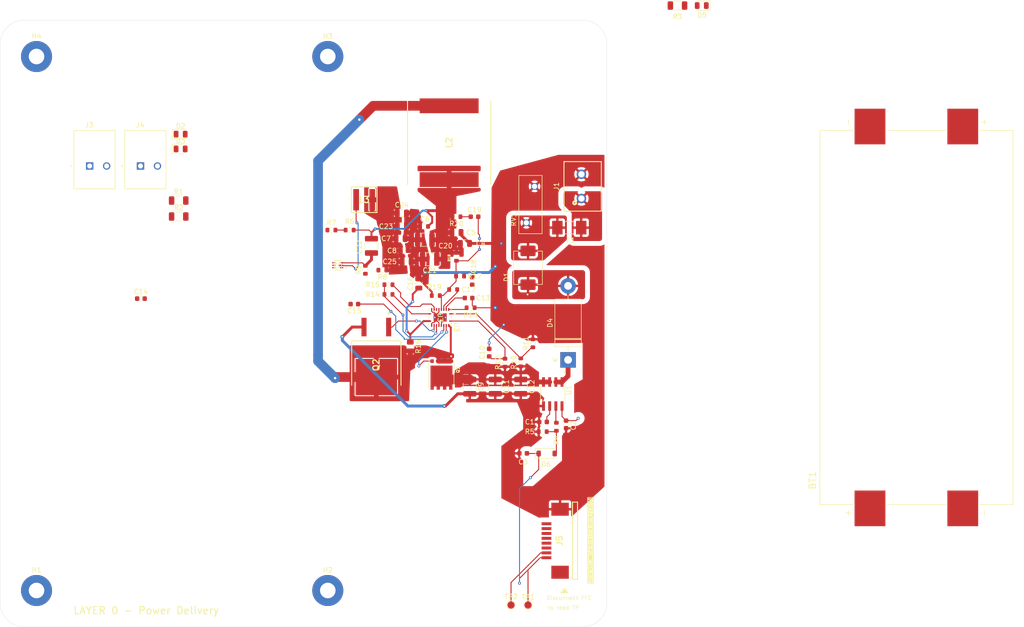
<source format=kicad_pcb>
(kicad_pcb (version 20240108) (generator "pcbnew") (generator_version "8.0")
  (title_block (title "Full Size PCB Template") (date "2024-08-05") (rev "2 ") (company "FabRice Team - Campus Fab"))
  (layers (0 "F.Cu" signal) (31 "B.Cu" signal) (34 "B.Paste" user) (35 "F.Paste" user) (36 "B.SilkS" user "B.Silkscreen") (37 "F.SilkS" user "F.Silkscreen") (38 "B.Mask" user) (39 "F.Mask" user) (44 "Edge.Cuts" user))
  (net 0 "")
  (net 1 "GND")
  (net 4 "Net-(F1-Pad1)")
  (net 5 "Net-(BT1-PadN1)")
  (net 6 "Net-(D2-A)")
  (net 7 "Net-(D3-A)")
  (net 8 "Net-(D4-A)")
  (net 9 "/56V_PROTECTED")
  (net 10 "Net-(D5-A)")
  (net 11 "/5V_LOCAL")
  (net 12 "Net-(D1-PadA)")
  (net 13 "Net-(U1-FILTER)")
  (net 14 "/5V_AUX")
  (net 15 "/ISENSE_1")
  (net 16 "Net-(D4-K)")
  (net 17 "Net-(D6-A)")
  (net 18 "Net-(U1-VIOUT)")
  (net 19 "Net-(U2-EN)")
  (net 20 "/12V_IN_5V_CONV")
  (net 21 "Net-(U2-FB)")
  (net 22 "Net-(U2-SW)")
  (net 23 "Net-(U3-VIN)")
  (net 24 "Net-(U3-SS_TRK)")
  (net 25 "Net-(U3-VCC)")
  (net 26 "Net-(Q2-D)")
  (net 27 "Net-(U3-BST)")
  (net 28 "Net-(U3-ILIM)")
  (net 29 "Net-(U3-COMP)")
  (net 30 "Net-(U3-FB)")
  (net 31 "Net-(C18-Pad2)")
  (net 32 "Net-(C19-Pad1)")
  (net 33 "Net-(Q2-G)")
  (net 34 "Net-(U3-EN_UVLO)")
  (net 35 "Net-(U3-RT)")
  (net 36 "Net-(U3-PGOOD)")
  (net 37 "Net-(U3-SYNCIN)")
  (net 39 "Net-(U3-HO)")
  (net 40 "/5V_5A")
  (footprint "Footprints:17352658" (layer "F.Cu") (at 150.75 132.25 90)
    (property "Reference" "J5")
    (property "Value" "V_I_SENSE" (hide yes))
  )
  (footprint "Resistor_SMD:R_0603_1608Metric" (layer "F.Cu") (at 139 95.575 90)
    (property "Reference" "R12")
    (property "Value" "2.1k" (hide yes))
  )
  (footprint "Capacitor_SMD:C_0805_2012Metric" (layer "F.Cu") (at 117.75 64.75)
    (property "Reference" "C24")
    (property "Value" "22uF" (hide yes))
  )
  (footprint "Resistor_SMD:R_0603_1608Metric" (layer "F.Cu") (at 146.77 109.775)
    (property "Reference" "R5")
    (property "Value" "2.2k" (hide yes))
  )
  (footprint "Footprints:691137710002" (layer "F.Cu") (at 154.75 59.25 90)
    (property "Reference" "J1")
    (property "Value" "PRIMARY IN" (hide yes))
    (property "VALUE" "691137710002" (hide yes))
  )
  (footprint "Resistor_SMD:R_0603_1608Metric" (layer "F.Cu") (at 103.25 68.25 180)
    (property "Reference" "R7")
    (property "Value" "14.3k" (hide yes))
  )
  (footprint "Capacitor_SMD:C_1210_3225Metric" (layer "F.Cu") (at 123.5 74.25 180)
    (property "Reference" "C21")
    (property "Value" "4.7uF" (hide yes))
  )
  (footprint "Resistor_SMD:R_0603_1608Metric" (layer "F.Cu") (at 144.75 91.575 90)
    (property "Reference" "R11")
    (property "Value" "7.68k")
  )
  (footprint "TestPoint:TestPoint_Pad_D1.5mm" (layer "F.Cu") (at 140.25 145.5)
    (property "Reference" "TP2")
    (property "Value" "VSENSE_1" (hide yes))
  )
  (footprint "Capacitor_SMD:C_0603_1608Metric" (layer "F.Cu") (at 64.0075 82.37)
    (property "Reference" "C14")
    (property "Value" "56nF")
  )
  (footprint "Resistor_SMD:R_0805_2012Metric" (layer "F.Cu") (at 119.5 92.25 -90)
    (property "Reference" "R16")
    (property "Value" "1.82k" (hide yes))
  )
  (footprint "LED_SMD:LED_0805_2012Metric" (layer "F.Cu") (at 72.1875 48.495)
    (property "Reference" "D2")
    (property "Value" "green led")
  )
  (footprint "MountingHole:MountingHole_3.2mm_M3_Pad" (layer "F.Cu") (at 102.5 32.5)
    (property "Reference" "H3")
    (property "Value" "MountingHole_Pad" (hide yes))
  )
  (footprint "Resistor_SMD:R_0603_1608Metric" (layer "F.Cu") (at 122.325 67.5 180)
    (property "Reference" "C6")
    (property "Value" "100nF" (hide yes))
  )
  (footprint "Capacitor_SMD:C_0805_2012Metric" (layer "F.Cu") (at 129 68.75)
    (property "Reference" "C5")
    (property "Value" "10uF" (hide yes))
  )
  (footprint "Diode_SMD:D_SOD-123" (layer "F.Cu") (at 147.595 114.275)
    (property "Reference" "D6")
    (property "Value" "1N4448W" (hide yes))
  )
  (footprint "Resistor_SMD:R_0603_1608Metric" (layer "F.Cu") (at 107 68.25 180)
    (property "Reference" "R6")
    (property "Value" "100k" (hide yes))
  )
  (footprint "LED_SMD:LED_0805_2012Metric" (layer "F.Cu") (at 72.1875 51.535)
    (property "Reference" "D3")
    (property "Value" "green led")
  )
  (footprint "Footprints:XAL5030222MEC" (layer "F.Cu") (at 110 62)
    (property "Reference" "L3")
    (property "Value" "XAL5030-222MEC" (hide yes))
  )
  (footprint "Resistor_SMD:R_0603_1608Metric" (layer "F.Cu") (at 115 81.5)
    (property "Reference" "R14")
    (property "Value" "20k" (hide yes))
  )
  (footprint "Resistor_SMD:R_0603_1608Metric" (layer "F.Cu") (at 113.75 76.5 180)
    (property "Reference" "R8")
    (property "Value" "220k" (hide yes))
  )
  (footprint "Capacitor_SMD:C_1210_3225Metric" (layer "F.Cu") (at 142.25 100.5 -90)
    (property "Reference" "C12")
    (property "Value" "2.2uF" (hide yes))
  )
  (footprint "Footprints:PHOENIX_1984963" (layer "F.Cu") (at 50.1925 59.75)
    (property "Reference" "J3")
    (property "Value" "12V_IN")
  )
  (footprint "Resistor_SMD:R_0603_1608Metric" (layer "F.Cu") (at 131.925 84.25)
    (property "Reference" "R13")
    (property "Value" "39.2k" (hide yes))
  )
  (footprint "Resistor_SMD:R_0603_1608Metric" (layer "F.Cu") (at 129 65.5 180)
    (property "Reference" "R20")
    (property "Value" "6.98" (hide yes))
  )
  (footprint "MountingHole:MountingHole_3.2mm_M3_Pad" (layer "F.Cu") (at 42.5 142.5)
    (property "Reference" "H1")
    (property "Value" "MountingHole_Pad" (hide yes))
  )
  (footprint "Resistor_SMD:R_1206_3216Metric" (layer "F.Cu") (at 174.5375 22 180)
    (property "Reference" "R3")
    (property "Value" "2.7K" (hide yes))
  )
  (footprint "Capacitor_SMD:C_1210_3225Metric" (layer "F.Cu") (at 131.75 100.5 -90)
    (property "Reference" "C9")
    (property "Value" "2.2uF" (hide yes))
  )
  (footprint "Capacitor_SMD:C_0805_2012Metric" (layer "F.Cu") (at 130.75 71)
    (property "Reference" "C4")
    (property "Value" "10uF" (hide yes))
  )
  (footprint "Diode_THT:D_DO-201AD_P15.24mm_Horizontal" (layer "F.Cu") (at 152 94.99 90)
    (property "Reference" "D4")
    (property "Value" "1N5404" (hide yes))
  )
  (footprint "Capacitor_SMD:C_0603_1608Metric" (layer "F.Cu") (at 135.75 93.5 90)
    (property "Reference" "C10")
    (property "Value" "100nF" (hide yes))
  )
  (footprint "Capacitor_SMD:C_0603_1608Metric" (layer "F.Cu") (at 151.595 108.275 90)
    (property "Reference" "C2")
    (property "Value" "0.1uF" (hide yes))
  )
  (footprint "Footprints:PHOENIX_1984963" (layer "F.Cu") (at 60.6675 59.75)
    (property "Reference" "J4")
    (property "Value" "5V_IN")
  )
  (footprint "Capacitor_SMD:C_0805_2012Metric" (layer "F.Cu") (at 121.25 79.25 -90)
    (property "Reference" "C16")
    (property "Value" "3pF" (hide yes))
  )
  (footprint "Resistor_SMD:R_0603_1608Metric" (layer "F.Cu") (at 115 79.5)
    (property "Reference" "R15")
    (property "Value" "20k" (hide yes))
  )
  (footprint "Footprints:SOIC127P600X175-8N" (layer "F.Cu") (at 148.845 102.025 -90)
    (property "Reference" "U1")
    (property "Value" "ACS712ELCTR-05B-T" (hide yes))
  )
  (footprint "3d-files:CSD19536KTTT" (layer "F.Cu") (at 112.5 100.22811 90)
    (property "Reference" "Q2")
    (property "Value" "CSD19532KTTT" (hide yes))
  )
  (footprint "Capacitor_SMD:C_0603_1608Metric" (layer "F.Cu") (at 132.725 65.5)
    (property "Reference" "C19")
    (property "Value" "620pF" (hide yes))
  )
  (footprint "Footprints:RGY0020B-MFG" (layer "F.Cu") (at 125.65 86.25 -90)
    (property "Reference" "U3")
    (property "Value" "LM5146RGYR" (hide yes))
  )
  (footprint "Resistor_SMD:R_0603_1608Metric" (layer "F.Cu") (at 129 73.75 90)
    (property "Reference" "R18")
    (property "Value" "18k" (hide yes))
  )
  (footprint "Capacitor_SMD:C_0805_2012Metric" (layer "F.Cu") (at 117.5 70)
    (property "Reference" "C7")
    (property "Value" "22uF" (hide yes))
  )
  (footprint "Capacitor_SMD:C_1210_3225Metric" (layer "F.Cu") (at 111.5 71.5 -90)
    (property "Reference" "C22")
    (property "Value" "4.7uF" (hide yes))
  )
  (footprint "Resistor_SMD:R_0603_1608Metric" (layer "F.Cu") (at 124.75 81.75)
    (property "Reference" "R19")
    (property "Value" "1.27k" (hide yes))
  )
  (footprint "Capacitor_SMD:C_1210_3225Metric" (layer "F.Cu") (at 122.5 70.25 180)
    (property "Reference" "C20")
    (property "Value" "4.7uF" (hide yes))
  )
  (footprint "Footprints:FUSC6125X279N" (layer "F.Cu") (at 152.25 67.75 180)
    (property "Reference" "F1")
    (property "Value" "Fuse" (hide yes))
  )
  (footprint "Footprints:INDPM172172X400N" (layer "F.Cu") (at 127.5 50.25 -90)
    (property "Reference" "L2")
    (property "Value" "IHLP6767DZER100M11" (hide yes))
  )
  (footprint "LED_SMD:LED_0805_2012Metric" (layer "F.Cu") (at 179.5375 22 180)
    (property "Reference" "D5")
    (property "Value" "LED" (hide yes))
  )
  (footprint "Resistor_SMD:R_0603_1608Metric" (layer "F.Cu") (at 149.595 108.775 -90)
    (property "Reference" "R4")
    (property "Value" "2.2k" (hide yes))
  )
  (footprint "Capacitor_SMD:C_0603_1608Metric" (layer "F.Cu") (at 132.25 78.725 90)
    (property "Reference" "C18")
    (property "Value" "8.2nF" (hide yes))
  )
  (footprint "Footprints:VAR_B72210S0400K101" (layer "F.Cu") (at 144.25 63 90)
    (property "Reference" "RV1")
    (property "Value" "B72210S0400K101" (hide yes))
  )
  (footprint "Resistor_SMD:R_0603_1608Metric" (layer "F.Cu") (at 129.75 77.75 180)
    (property "Reference" "R17")
    (property "Value" "2.15k" (hide yes))
  )
  (footprint "Footprints:TRANS_CSD19534Q5A" (layer "F.Cu") (at 125.9175 98 -90)
    (property "Reference" "Q1")
    (property "Value" "CSD19534Q5A" (hide yes))
  )
  (footprint "Capacitor_SMD:C_0805_2012Metric" (layer "F.Cu") (at 118.75 74.75)
    (property "Reference" "C25")
    (property "Value" "22uF" (hide yes))
  )
  (footprint "Footprints:SOT-5X3-6_DRL_TEX" (layer "F.Cu") (at 104.5501 75.500126 180)
    (property "Reference" "U2")
    (property "Value" "TPS566247DRLR" (hide yes))
  )
  (footprint "Resistor_SMD:R_0603_1608Metric" (layer "F.Cu") (at 110.25 76.425 90)
    (property "Reference" "R9")
    (property "Value" "30k" (hide yes))
  )
  (footprint "Resistor_SMD:R_1206_3216Metric" (layer "F.Cu") (at 71.7875 62.17)
    (property "Reference" "R1")
    (property "Value" "450")
  )
  (footprint "MountingHole:MountingHole_3.2mm_M3_Pad" (layer "F.Cu") (at 102.5 142.5)
    (property "Reference" "H2")
    (property "Value" "MountingHole_Pad" (hide yes))
  )
  (footprint "Capacitor_SMD:C_0603_1608Metric" (layer "F.Cu") (at 118.25 72.5)
    (property "Reference" "C8")
    (property "Value" "100nF" (hide yes))
  )
  (footprint "Resistor_SMD:R_1206_3216Metric" (layer "F.Cu") (at 71.7875 65.46)
    (property "Reference" "R2")
    (property "Value" "150")
  )
  (footprint "Capacitor_SMD:C_0603_1608Metric" (layer "F.Cu") (at 107.975 83.5 180)
    (property "Reference" "C15")
    (property "Value" "100nF" (hide yes))
  )
  (footprint "Resistor_SMD:R_0603_1608Metric" (layer "F.Cu") (at 128.325 80.5 180)
    (property "Reference" "C17")
    (property "Value" "560pF" (hide yes))
  )
  (footprint "TestPoint:TestPoint_Pad_D1.5mm" (layer "F.Cu") (at 143.75 145.5)
    (property "Reference" "TP1")
    (property "Value" "ISENSE_1" (hide yes))
  )
  (footprint "Capacitor_SMD:C_0603_1608Metric" (layer "F.Cu") (at 131.5 82.25)
    (property "Reference" "C13")
    (property "Value" "56nF" (hide yes))
  )
  (footprint "Capacitor_SMD:C_1210_3225Metric" (layer "F.Cu") (at 137 100.5 -90)
    (property "Reference" "C11")
    (property "Value" "2.2uF" (hide yes))
  )
  (footprint "Footprints:BAT_1048" (layer "F.Cu") (at 223.75 86.25 90)
    (property "Reference" "BT1")
    (property "Value" "1048")
  )
  (footprint "Footprints:DIOM7959X262N" (layer "F.Cu") (at 143.75 76.015 90)
    (property "Reference" "D1")
    (property "Value" "TVS" (hide yes))
  )
  (footprint "Capacitor_SMD:C_0603_1608Metric" (layer "F.Cu") (at 142.75 114.25)
    (property "Reference" "C3")
    (property "Value" "0.1uF" (hide yes))
  )
  (footprint "MountingHole:MountingHole_3.2mm_M3_Pad" (layer "F.Cu") (at 42.5 32.5)
    (property "Reference" "H4")
    (property "Value" "MountingHole_Pad" (hide yes))
  )
  (footprint "Resistor_SMD:R_0603_1608Metric" (layer "F.Cu") (at 142.25 95.5 90)
    (property "Reference" "R10")
    (property "Value" "237k" (hide yes))
  )
  (footprint "Capacitor_SMD:C_0603_1608Metric" (layer "F.Cu") (at 146.845 107.775 180)
    (property "Reference" "C1")
    (property "Value" "0.1uF" (hide yes))
  )
  (footprint "Capacitor_SMD:C_0805_2012Metric" (layer "F.Cu") (at 117.75 67.5)
    (property "Reference" "C23")
    (property "Value" "22uF" (hide yes))
  )
  (gr_poly (pts (xy 150.5 143) (xy 151.25 142) (xy 152 143)) (stroke (width 0.1)) (fill solid) (layer "F.SilkS"))
  (gr_arc (start 160 145) (mid 158.535534 148.535534) (end 155 150) (stroke (width 0.05)) (layer "Edge.Cuts"))
  (gr_line (start 160 30) (end 160 145) (stroke (width 0.05)) (layer "Edge.Cuts"))
  (gr_line (start 35 145) (end 35 30) (stroke (width 0.05)) (layer "Edge.Cuts"))
  (gr_arc (start 35 30) (mid 36.464466 26.464466) (end 40 25) (stroke (width 0.05)) (layer "Edge.Cuts"))
  (gr_arc (start 155 25) (mid 158.535534 26.464466) (end 160 30) (stroke (width 0.05)) (layer "Edge.Cuts"))
  (gr_arc (start 40 150) (mid 36.464466 148.535534) (end 35 145) (stroke (width 0.05)) (layer "Edge.Cuts"))
  (gr_line (start 155 150) (end 40 150) (stroke (width 0.05)) (layer "Edge.Cuts"))
  (gr_line (start 40 25) (end 155 25) (stroke (width 0.05)) (layer "Edge.Cuts"))
  (gr_text "LAYER 0 - Power Delivery" (at 50 147.5 0) (layer "F.SilkS") (effects (font (size 1.5 1.5) (thickness 0.2) (bold yes)) (justify left bottom)))
  (gr_text "Disconnect FFC " (at 147.5 144.5 0) (layer "F.SilkS") (effects (font (size 0.8 0.8) (thickness 0.1)) (justify left bottom)))
  (gr_text "POWER MONITORISATION" (at 157.25 141.25 90) (layer "F.SilkS" knockout) (effects (font (size 1 1) (thickness 0.1)) (justify left bottom)))
  (gr_text "to read TP" (at 147.75 146.5 0) (layer "F.SilkS") (effects (font (size 0.8 0.8) (thickness 0.1)) (justify left bottom)))
  (segment (start 125.100001 85.877819) (end 125.472182 86.25) (width 0.2) (layer "F.Cu") (net 1))
  (segment (start 125.100001 86.622181) (end 125.472182 86.25) (width 0.2) (layer "F.Cu") (net 1))
  (segment (start 132.275 82.25) (end 132.275 83.775) (width 0.2) (layer "F.Cu") (net 1))
  (segment (start 126.5 104.5) (end 126.75 104.5) (width 0.6) (layer "F.Cu") (net 1))
  (segment (start 132.275 83.775) (end 132.75 84.25) (width 0.2) (layer "F.Cu") (net 1))
  (segment (start 124.422182 85.2) (end 125.472182 86.25) (width 0.2) (layer "F.Cu") (net 1))
  (segment (start 111.5 74.35) (end 110.25 75.6) (width 0.6) (layer "F.Cu") (net 1))
  (segment (start 125.472182 86.25) (end 125.65 86.25) (width 0.2) (layer "F.Cu") (net 1))
  (segment (start 123.900001 87.899999) (end 123.900001 87.499997) (width 0.2) (layer "F.Cu") (net 1))
  (segment (start 107.52189 88.22811) (end 105.5 90.25) (width 0.6) (layer "F.Cu") (net 1))
  (segment (start 109.65 75) (end 110.25 75.6) (width 0.2) (layer "F.Cu") (net 1))
  (segment (start 129.275 101.975) (end 131.75 101.975) (width 0.6) (layer "F.Cu") (net 1))
  (segment (start 125.9 87.377816) (end 126.199999 87.077817) (width 0.2) (layer "F.Cu") (net 1))
  (segment (start 105.3502 75) (end 109.65 75) (width 0.2) (layer "F.Cu") (net 1))
  (segment (start 125.4 87.377816) (end 125.100001 87.077817) (width 0.2) (layer "F.Cu") (net 1))
  (segment (start 126.199999 86.622181) (end 125.827818 86.25) (width 0.2) (layer "F.Cu") (net 1))
  (segment (start 109.96 88.22811) (end 107.52189 88.22811) (width 0.6) (layer "F.Cu") (net 1))
  (segment (start 119.7 76.75) (end 119.7 74.75) (width 0.4) (layer "F.Cu") (net 1))
  (segment (start 126.75 104.5) (end 129.275 101.975) (width 0.6) (layer "F.Cu") (net 1))
  (segment (start 129.95 68.75) (end 129.95 69.25) (width 0.6) (layer "F.Cu") (net 1))
  (segment (start 129.95 69.25) (end 131.7 71) (width 0.6) (layer "F.Cu") (net 1))
  (segment (start 124.422182 87.3) (end 125.472182 86.25) (width 0.2) (layer "F.Cu") (net 1))
  (segment (start 135.75 92.725) (end 135.75 91.5) (width 0.2) (layer "F.Cu") (net 1))
  (segment (start 125.9 87.899999) (end 125.9 87.377816) (width 0.2) (layer "F.Cu") (net 1))
  (segment (start 121.25 78.3) (end 123.925 80.975) (width 0.4) (layer "F.Cu") (net 1))
  (segment (start 125.4 87.899999) (end 125.4 87.377816) (width 0.2) (layer "F.Cu") (net 1))
  (segment (start 123.900001 87.499997) (end 124.099998 87.3) (width 0.2) (layer "F.Cu") (net 1))
  (segment (start 111.5 72.975) (end 111.5 74.35) (width 0.6) (layer "F.Cu") (net 1))
  (segment (start 123.925 80.975) (end 123.925 81.75) (width 0.4) (layer "F.Cu") (net 1))
  (segment (start 132.75 84.25) (end 137 84.25) (width 0.2) (layer "F.Cu") (net 1))
  (segment (start 125.4 84.600001) (end 125.4 85.122184) (width 0.2) (layer "F.Cu") (net 1))
  (segment (start 124.099998 85.2) (end 124.422182 85.2) (width 0.2) (layer "F.Cu") (net 1))
  (segment (start 126.199999 87.077817) (end 126.199999 86.622181) (width 0.2) (layer "F.Cu") (net 1))
  (segment (start 123.900001 84.600001) (end 123.900001 85.000003) (width 0.2) (layer "F.Cu") (net 1))
  (segment (start 131.7 71) (end 138.25 71) (width 0.6) (layer "F.Cu") (net 1))
  (segment (start 121.25 78.3) (end 119.7 76.75) (width 0.4) (layer "F.Cu") (net 1))
  (segment (start 125.827818 86.25) (end 125.65 86.25) (width 0.2) (layer "F.Cu") (net 1))
  (segment (start 145.945 107.9) (end 146.07 107.775) (width 0.2) (layer "F.Cu") (net 1))
  (segment (start 123.900001 85.000003) (end 124.099998 85.2) (width 0.2) (layer "F.Cu") (net 1))
  (segment (start 124.099998 87.3) (end 124.422182 87.3) (width 0.2) (layer "F.Cu") (net 1))
  (segment (start 125.4 85.122184) (end 125.100001 85.422183) (width 0.2) (layer "F.Cu") (net 1))
  (segment (start 125.100001 87.077817) (end 125.100001 86.622181) (width 0.2) (layer "F.Cu") (net 1))
  (segment (start 125.100001 85.422183) (end 125.100001 85.877819) (width 0.2) (layer "F.Cu") (net 1))
  (via (at 138.75 87.75) (size 0.6) (drill 0.3) (layers "F.Cu" "B.Cu") (net 1))
  (via (at 126.5 104.5) (size 0.8) (drill 0.3) (layers "F.Cu" "B.Cu") (net 1))
  (via (at 138.25 71) (size 0.6) (drill 0.2) (layers "F.Cu" "B.Cu") (net 1))
  (via (at 105.5 90.25) (size 0.8) (drill 0.3) (layers "F.Cu" "B.Cu") (net 1))
  (via (at 137 75.75) (size 0.8) (drill 0.3) (layers "F.Cu" "B.Cu") (net 1))
  (via (at 122.5 77) (size 0.8) (drill 0.3) (layers "F.Cu" "B.Cu") (net 1))
  (via (at 137 84.25) (size 0.8) (drill 0.3) (layers "F.Cu" "B.Cu") (net 1))
  (via (at 135.75 91.5) (size 0.6) (drill 0.3) (layers "F.Cu" "B.Cu") (net 1))
  (segment (start 119 104.5) (end 126.5 104.5) (width 0.6) (layer "B.Cu") (net 1))
  (segment (start 135.75 91.5) (end 135.75 90.75) (width 0.2) (layer "B.Cu") (net 1))
  (segment (start 135.75 90.75) (end 138.75 87.75) (width 0.2) (layer "B.Cu") (net 1))
  (segment (start 135.75 77) (end 137 75.75) (width 0.6) (layer "B.Cu") (net 1))
  (segment (start 122.5 77) (end 135.75 77) (width 0.6) (layer "B.Cu") (net 1))
  (segment (start 105.5 90.25) (end 105.5 91) (width 0.6) (layer "B.Cu") (net 1))
  (segment (start 105.5 91) (end 119 104.5) (width 0.6) (layer "B.Cu") (net 1))
  (segment (start 126.9425 99.025) (end 125.9175 98) (width 2) (layer "F.Cu") (net 9))
  (segment (start 145.5 99.5) (end 145.55 99.55) (width 1) (layer "F.Cu") (net 9))
  (segment (start 146.94 99.55) (end 145.55 99.55) (width 1) (layer "F.Cu") (net 9))
  (segment (start 131.75 99.025) (end 126.9425 99.025) (width 2) (layer "F.Cu") (net 9))
  (segment (start 140.25 140.85) (end 140.25 145.5) (width 0.2) (layer "F.Cu") (net 9))
  (segment (start 146.35 134.75) (end 140.25 140.85) (width 0.2) (layer "F.Cu") (net 9))
  (segment (start 147.55 134.75) (end 146.35 134.75) (width 0.2) (layer "F.Cu") (net 9))
  (segment (start 148.21 99.55) (end 146.94 99.55) (width 1) (layer "F.Cu") (net 9))
  (segment (start 147.62 107.775) (end 147.62 106.75) (width 0.2) (layer "F.Cu") (net 13))
  (segment (start 148.21 106.16) (end 148.21 104.5) (width 0.2) (layer "F.Cu") (net 13))
  (segment (start 147.62 106.75) (end 148.21 106.16) (width 0.2) (layer "F.Cu") (net 13))
  (segment (start 150.75 104.5) (end 150.75 106.655) (width 0.2) (layer "F.Cu") (net 14))
  (segment (start 150.75 106.655) (end 151.595 107.5) (width 0.2) (layer "F.Cu") (net 14))
  (segment (start 151.595 107.5) (end 153.62 107.5) (width 0.2) (layer "F.Cu") (net 14))
  (segment (start 153.62 107.5) (end 154.095 107.025) (width 0.2) (layer "F.Cu") (net 14))
  (via (at 154.095 107.025) (size 0.6) (drill 0.3) (layers "F.Cu" "B.Cu") (net 14))
  (segment (start 147.55 135.75) (end 146.25 135.75) (width 0.2) (layer "F.Cu") (net 15))
  (segment (start 146.25 135.75) (end 143.75 138.25) (width 0.2) (layer "F.Cu") (net 15))
  (segment (start 145.945 117.555) (end 144.25 119.25) (width 0.2) (layer "F.Cu") (net 15))
  (segment (start 143.75 138.25) (end 143.75 145.5) (width 0.2) (layer "F.Cu") (net 15))
  (segment (start 145.945 114.275) (end 143.55 114.275) (width 0.2) (layer "F.Cu") (net 15))
  (segment (start 145.945 114.275) (end 145.945 117.555) (width 0.2) (layer "F.Cu") (net 15))
  (segment (start 143.55 114.275) (end 143.525 114.25) (width 0.2) (layer "F.Cu") (net 15))
  (segment (start 142 141) (end 142 140) (width 0.2) (layer "F.Cu") (net 15))
  (segment (start 142 140) (end 143.75 138.25) (width 0.2) (layer "F.Cu") (net 15))
  (via (at 142 141) (size 0.6) (drill 0.3) (layers "F.Cu" "B.Cu") (net 15))
  (via (at 144.25 119.25) (size 0.6) (drill 0.3) (layers "F.Cu" "B.Cu") (net 15))
  (segment (start 142 121.5) (end 142 141) (width 0.2) (layer "B.Cu") (net 15))
  (segment (start 144.25 119.25) (end 142 121.5) (width 0.2) (layer "B.Cu") (net 15))
  (segment (start 152 98.3) (end 150.75 99.55) (width 1) (layer "F.Cu") (net 16))
  (segment (start 150.75 99.55) (end 149.48 99.55) (width 1) (layer "F.Cu") (net 16))
  (segment (start 152 94.99) (end 152 98.3) (width 1) (layer "F.Cu") (net 16))
  (segment (start 147.595 109.775) (end 149.42 109.775) (width 0.2) (layer "F.Cu") (net 17))
  (segment (start 149.595 109.6) (end 149.595 113.925) (width 0.2) (layer "F.Cu") (net 17))
  (segment (start 149.42 109.775) (end 149.595 109.6) (width 0.2) (layer "F.Cu") (net 17))
  (segment (start 149.595 113.925) (end 149.245 114.275) (width 0.2) (layer "F.Cu") (net 17))
  (segment (start 149.48 104.5) (end 149.48 107.835) (width 0.2) (layer "F.Cu") (net 18))
  (segment (start 149.48 107.835) (end 149.595 107.95) (width 0.2) (layer "F.Cu") (net 18))
  (segment (start 106.175 68.25) (end 104.075 68.25) (width 0.2) (layer "F.Cu") (net 19))
  (segment (start 123.9 66.75) (end 123.15 67.5) (width 0.4) (layer "F.Cu") (net 20))
  (segment (start 111 68.25) (end 111.5 68.75) (width 0.2) (layer "F.Cu") (net 20))
  (segment (start 107.825 68.25) (end 111 68.25) (width 0.2) (layer "F.Cu") (net 20))
  (segment (start 122.75 64.25) (end 126.925 64.25) (width 0.6) (layer "F.Cu") (net 20))
  (segment (start 122.75 64.25) (end 124 65.5) (width 0.4) (layer "F.Cu") (net 20))
  (segment (start 126.925 64.25) (end 128.175 65.5) (width 0.6) (layer "F.Cu") (net 20))
  (segment (start 111.5 70.025) (end 111.5 68.75) (width 0.4) (layer "F.Cu") (net 20))
  (segment (start 111.5 68.75) (end 112.25 68) (width 0.4) (layer "F.Cu") (net 20))
  (segment (start 124 66.75) (end 123.9 66.75) (width 0.4) (layer "F.Cu") (net 20))
  (segment (start 124 65.5) (end 124 66.75) (width 0.4) (layer "F.Cu") (net 20))
  (via (at 112.25 68) (size 0.6) (drill 0.2) (layers "F.Cu" "B.Cu") (net 20))
  (via (at 122.75 64.25) (size 0.6) (drill 0.2) (layers "F.Cu" "B.Cu") (net 20))
  (segment (start 120.5 65.75) (end 122 64.25) (width 0.4) (layer "B.Cu") (net 20))
  (segment (start 122 64.25) (end 122.75 64.25) (width 0.4) (layer "B.Cu") (net 20))
  (segment (start 118.25 68) (end 120.5 65.75) (width 0.4) (layer "B.Cu") (net 20))
  (segment (start 112.25 68) (end 118.25 68) (width 0.4) (layer "B.Cu") (net 20))
  (segment (start 104.780426 75.500126) (end 104.866252 75.585952) (width 0.2) (layer "F.Cu") (net 22))
  (segment (start 104.866252 75.585952) (end 107.585952 75.585952) (width 0.2) (layer "F.Cu") (net 22))
  (segment (start 107.585952 75.585952) (end 108.25 76.25) (width 0.2) (layer "F.Cu") (net 22))
  (segment (start 108.5 66.75) (end 108.345 66.595) (width 0.2) (layer "F.Cu") (net 22))
  (segment (start 108.345 66.595) (end 108.345 62) (width 0.2) (layer "F.Cu") (net 22))
  (segment (start 105.3502 75.500126) (end 104.780426 75.500126) (width 0.2) (layer "F.Cu") (net 22))
  (via (at 108.25 76.25) (size 0.6) (drill 0.2) (layers "F.Cu" "B.Cu") (net 22))
  (via (at 108.5 66.75) (size 0.6) (drill 0.2) (layers "F.Cu" "B.Cu") (net 22))
  (segment (start 108.75 75.75) (end 108.75 73) (width 0.2) (layer "B.Cu") (net 22))
  (segment (start 108.75 67) (end 108.5 66.75) (width 0.2) (layer "B.Cu") (net 22))
  (segment (start 108.75 73) (end 108.75 67) (width 0.2) (layer "B.Cu") (net 22))
  (segment (start 108.25 76.25) (end 108.75 75.75) (width 0.2) (layer "B.Cu") (net 22))
  (segment (start 139 94.75) (end 136.225 94.75) (width 0.2) (layer "F.Cu") (net 23))
  (segment (start 139 92.5) (end 133.5 87) (width 0.2) (layer "F.Cu") (net 23))
  (segment (start 133.5 87) (end 127.800001 87.000001) (width 0.2) (layer "F.Cu") (net 23))
  (segment (start 136.225 94.75) (end 135.75 94.275) (width 0.2) (layer "F.Cu") (net 23))
  (segment (start 139 94.75) (end 139 92.5) (width 0.2) (layer "F.Cu") (net 23))
  (segment (start 128.725002 82.25) (end 130.725 82.25) (width 0.2) (layer "F.Cu") (net 24))
  (segment (start 126.9 84.600001) (end 126.9 84.075002) (width 0.2) (layer "F.Cu") (net 24))
  (segment (start 126.9 84.075002) (end 128.725002 82.25) (width 0.2) (layer "F.Cu") (net 24))
  (segment (start 118 85.75) (end 114.175 81.925) (width 0.2) (layer "F.Cu") (net 25))
  (segment (start 124.899999 89.350001) (end 124.75 89.5) (width 0.2) (layer "F.Cu") (net 25))
  (segment (start 114.175 81.925) (end 114.175 81.5) (width 0.2) (layer "F.Cu") (net 25))
  (segment (start 124.899999 87.899999) (end 124.899999 89.350001) (width 0.2) (layer "F.Cu") (net 25))
  (segment (start 114.175 79.5) (end 114.175 81.5) (width 0.2) (layer "F.Cu") (net 25))
  (via (at 124.75 89.5) (size 0.6) (drill 0.3) (layers "F.Cu" "B.Cu") (net 25))
  (via (at 118 85.75) (size 0.6) (drill 0.2) (layers "F.Cu" "B.Cu") (net 25))
  (segment (start 119.151471 90.25) (end 118 89.098529) (width 0.2) (layer "B.Cu") (net 25))
  (segment (start 124.75 89.5) (end 124 90.25) (width 0.2) (layer "B.Cu") (net 25))
  (segment (start 123.75 90.25) (end 119.151471 90.25) (width 0.2) (layer "B.Cu") (net 25))
  (segment (start 124 90.25) (end 123.75 90.25) (width 0.2) (layer "B.Cu") (net 25))
  (segment (start 118 89.098529) (end 118 85.75) (width 0.2) (layer "B.Cu") (net 25))
  (segment (start 127.835 88.31) (end 127.424999 87.899999) (width 0.4) (layer "F.Cu") (net 26))
  (segment (start 127.835 95.2475) (end 127.835 88.31) (width 0.4) (layer "F.Cu") (net 26))
  (segment (start 127.835 95.2475) (end 125.2575 95.2475) (width 1) (layer "F.Cu") (net 26))
  (segment (start 112.5 98.52811) (end 104.22189 98.52811) (width 2) (layer "F.Cu") (net 26))
  (segment (start 109 45.5) (end 111.85 42.65) (width 2) (layer "F.Cu") (net 26))
  (segment (start 104.22189 98.52811) (end 104 98.75) (width 2) (layer "F.Cu") (net 26))
  (segment (start 111.85 42.65) (end 127.5 42.65) (width 2) (layer "F.Cu") (net 26))
  (via (at 109 45.5) (size 2) (drill 0.5) (layers "F.Cu" "B.Cu") (net 26))
  (via (at 104 98.75) (size 2) (drill 0.5) (layers "F.Cu" "B.Cu") (net 26))
  (segment (start 100.5 95.25) (end 100.5 94) (width 2) (layer "B.Cu") (net 26))
  (segment (start 104 98.75) (end 100.5 95.25) (width 2) (layer "B.Cu") (net 26))
  (segment (start 100.5 94) (end 100.5 54) (width 2) (layer "B.Cu") (net 26))
  (segment (start 100.5 54) (end 109 45.5) (width 2) (layer "B.Cu") (net 26))
  (segment (start 126.400001 88.849999) (end 126 89.25) (width 0.2) (layer "F.Cu") (net 27))
  (segment (start 114 83.5) (end 108.75 83.5) (width 0.2) (layer "F.Cu") (net 27))
  (segment (start 126.400001 87.899999) (end 126.400001 88.849999) (width 0.2) (layer "F.Cu") (net 27))
  (segment (start 115.5 85) (end 114 83.5) (width 0.2) (layer "F.Cu") (net 27))
  (via (at 126 89.25) (size 0.6) (drill 0.3) (layers "F.Cu" "B.Cu") (net 27))
  (via (at 115.5 85) (size 0.6) (drill 0.2) (layers "F.Cu" "B.Cu") (net 27))
  (segment (start 116.5 88.75) (end 116.5 86.75) (width 0.2) (layer "B.Cu") (net 27))
  (segment (start 125.5 89.75) (end 124.5 90.75) (width 0.2) (layer "B.Cu") (net 27))
  (segment (start 116.5 86) (end 115.5 85) (width 0.2) (layer "B.Cu") (net 27))
  (segment (start 119.085785 90.75) (end 118.25 90.75) (width 0.2) (layer "B.Cu") (net 27))
  (segment (start 126 89.25) (end 125.5 89.75) (width 0.2) (layer "B.Cu") (net 27))
  (segment (start 118.25 90.5) (end 116.5 88.75) (width 0.2) (layer "B.Cu") (net 27))
  (segment (start 118.25 90.75) (end 118.25 90.5) (width 0.2) (layer "B.Cu") (net 27))
  (segment (start 116.5 86.75) (end 116.5 86) (width 0.2) (layer "B.Cu") (net 27))
  (segment (start 124.5 90.75) (end 119.085785 90.75) (width 0.2) (layer "B.Cu") (net 27))
  (segment (start 119.5 89.75) (end 118.75 89) (width 0.4) (layer "F.Cu") (net 28))
  (segment (start 120 81.45) (end 121.25 80.2) (width 0.4) (layer "F.Cu") (net 28))
  (segment (start 122.249999 87.000001) (end 123.499999 87.000001) (width 0.4) (layer "F.Cu") (net 28))
  (segment (start 120 83) (end 120 81.45) (width 0.4) (layer "F.Cu") (net 28))
  (segment (start 119.5 89.75) (end 122.249999 87.000001) (width 0.4) (layer "F.Cu") (net 28))
  (segment (start 119.5 91.3375) (end 119.5 89.75) (width 0.4) (layer "F.Cu") (net 28))
  (via (at 118.75 89) (size 0.6) (drill 0.3) (layers "F.Cu" "B.Cu") (net 28))
  (via (at 120 83) (size 0.6) (drill 0.3) (layers "F.Cu" "B.Cu") (net 28))
  (segment (start 118.75 84.25) (end 120 83) (width 0.4) (layer "B.Cu") (net 28))
  (segment (start 118.75 89) (end 118.75 84.25) (width 0.4) (layer "B.Cu") (net 28))
  (segment (start 126.400001 83.849999) (end 129.15 81.1) (width 0.2) (layer "F.Cu") (net 29))
  (segment (start 129.15 81.1) (end 129.15 80.5) (width 0.2) (layer "F.Cu") (net 29))
  (segment (start 126.400001 84.600001) (end 126.400001 83.849999) (width 0.2) (layer "F.Cu") (net 29))
  (segment (start 127.5 80.25) (end 128.925 78.825) (width 0.2) (layer "F.Cu") (net 30))
  (segment (start 128.925 74.65) (end 129 74.575) (width 0.2) (layer "F.Cu") (net 30))
  (segment (start 128.925 77.75) (end 128.925 74.65) (width 0.2) (layer "F.Cu") (net 30))
  (segment (start 133.5 69) (end 133.5 65.5) (width 0.2) (layer "F.Cu") (net 30))
  (segment (start 127.5 80.5) (end 127.5 80.25) (width 0.2) (layer "F.Cu") (net 30))
  (segment (start 131.425 74.575) (end 133.75 72.25) (width 0.2) (layer "F.Cu") (net 30))
  (segment (start 125.9 84.600001) (end 125.9 82.075) (width 0.2) (layer "F.Cu") (net 30))
  (segment (start 126.25 81.75) (end 127.5 80.5) (width 0.2) (layer "F.Cu") (net 30))
  (segment (start 129 74.575) (end 131.425 74.575) (width 0.2) (layer "F.Cu") (net 30))
  (segment (start 125.9 82.075) (end 125.575 81.75) (width 0.2) (layer "F.Cu") (net 30))
  (segment (start 128.925 78.825) (end 128.925 77.75) (width 0.2) (layer "F.Cu") (net 30))
  (segment (start 125.575 81.75) (end 126.25 81.75) (width 0.2) (layer "F.Cu") (net 30))
  (segment (start 133.75 69.25) (end 133.5 69) (width 0.2) (layer "F.Cu") (net 30))
  (segment (start 133.75 70) (end 133.75 69.25) (width 0.2) (layer "F.Cu") (net 30))
  (via (at 133.75 72.25) (size 0.6) (drill 0.2) (layers "F.Cu" "B.Cu") (net 30))
  (via (at 133.75 70) (size 0.6) (drill 0.2) (layers "F.Cu" "B.Cu") (net 30))
  (segment (start 133.75 72.25) (end 133.75 70) (width 0.2) (layer "B.Cu") (net 30))
  (segment (start 131.95 65.5) (end 129.825 65.5) (width 0.2) (layer "F.Cu") (net 32))
  (segment (start 115.77189 88.22811) (end 115.04 88.22811) (width 0.2) (layer "F.Cu") (net 33))
  (segment (start 117 87) (end 115.77189 88.22811) (width 0.2) (layer "F.Cu") (net 33))
  (segment (start 124.4 88.718626) (end 124.184313 88.934313) (width 0.2) (layer "F.Cu") (net 33))
  (segment (start 120.75 87) (end 117 87) (width 0.2) (layer "F.Cu") (net 33))
  (segment (start 124.4 87.899999) (end 124.4 88.718626) (width 0.2) (layer "F.Cu") (net 33))
  (via (at 124.184313 88.934313) (size 0.6) (drill 0.3) (layers "F.Cu" "B.Cu") (net 33))
  (via (at 120.75 87) (size 0.6) (drill 0.3) (layers "F.Cu" "B.Cu") (net 33))
  (segment (start 121.5 87) (end 120.75 87) (width 0.2) (layer "B.Cu") (net 33))
  (segment (start 124.184313 88.934313) (end 123.434313 88.934313) (width 0.2) (layer "B.Cu") (net 33))
  (segment (start 123.434313 88.934313) (end 121.5 87) (width 0.2) (layer "B.Cu") (net 33))
  (segment (start 142.25 94.675) (end 133.074999 85.499999) (width 0.2) (layer "F.Cu") (net 34))
  (segment (start 144.525 92.4) (end 142.25 94.675) (width 0.2) (layer "F.Cu") (net 34))
  (segment (start 144.75 92.4) (end 144.525 92.4) (width 0.2) (layer "F.Cu") (net 34))
  (segment (start 133.074999 85.499999) (end 127.800001 85.499999) (width 0.2) (layer "F.Cu") (net 34))
  (segment (start 130.749999 84.600001) (end 131.1 84.25) (width 0.2) (layer "F.Cu") (net 35))
  (segment (start 127.399999 84.600001) (end 130.749999 84.600001) (width 0.2) (layer "F.Cu") (net 35))
  (segment (start 119.824999 85.499999) (end 115.825 81.5) (width 0.2) (layer "F.Cu") (net 36))
  (segment (start 123.499999 85.499999) (end 119.824999 85.499999) (width 0.2) (layer "F.Cu") (net 36))
  (segment (start 123.824998 83.5) (end 122 83.5) (width 0.2) (layer "F.Cu") (net 37))
  (segment (start 121.5 84) (end 119.5 84) (width 0.2) (layer "F.Cu") (net 37))
  (segment (start 124.4 84.075002) (end 123.824998 83.5) (width 0.2) (layer "F.Cu") (net 37))
  (segment (start 122 83.5) (end 121.5 84) (width 0.2) (layer "F.Cu") (net 37))
  (segment (start 117.5 81.175) (end 115.825 79.5) (width 0.2) (layer "F.Cu") (net 37))
  (segment (start 119.5 84) (end 117.5 82) (width 0.2) (layer "F.Cu") (net 37))
  (segment (start 117.5 82) (end 117.5 81.175) (width 0.2) (layer "F.Cu") (net 37))
  (segment (start 124.4 84.600001) (end 124.4 84.075002) (width 0.2) (layer "F.Cu") (net 37))
  (segment (start 126.9 87.899999) (end 126.9 89.15) (width 0.2) (layer "F.Cu") (net 39))
  (segment (start 121.25 96.25) (end 122.2525 95.2475) (width 0.2) (layer "F.Cu") (net 39))
  (segment (start 122.2525 95.2475) (end 124 95.2475) (width 0.2) (layer "F.Cu") (net 39))
  (segment (start 126.9 89.15) (end 127 89.25) (width 0.2) (layer "F.Cu") (net 39))
  (via (at 121.25 96.25) (size 0.6) (drill 0.3) (layers "F.Cu" "B.Cu") (net 39))
  (via (at 127 89.25) (size 0.6) (drill 0.3) (layers "F.Cu" "B.Cu") (net 39))
  (segment (start 121.25 95) (end 121.25 96.25) (width 0.2) (layer "B.Cu") (net 39))
  (segment (start 127 89.25) (end 121.25 95) (width 0.2) (layer "B.Cu") (net 39))
  (zone (net 20) (net_name "/12V_IN_5V_CONV") (layer "F.Cu") (priority 1) (connect_pads (clearance 0.5)) (min_thickness 0.5) (fill yes (thermal_gap 0.2) (thermal_bridge_width 1))
    (polygon (pts (xy 127.75 76.25) (xy 127.75 73.75) (xy 130.5 73.75) (xy 130.5 71) (xy 129 68.75) (xy 129 61.25) (xy 134 60.25) (xy 134 55) (xy 121 55) (xy 121 60.25) (xy 124.75 63.25) (xy 124.75 68) (xy 122.5 68.75) (xy 122.5 70.25) (xy 123.5 73.75) (xy 123.5 76.25)))
  )
  (zone (net 1) (net_name "GND") (layer "F.Cu") (priority 3) (connect_pads (clearance 0.5)) (min_thickness 0.5) (fill yes (thermal_gap 0.2) (thermal_bridge_width 1))
    (polygon (pts (xy 118.25 63.75) (xy 117.75 64.75) (xy 117.75 67.5) (xy 117.5 70) (xy 118.25 72.5) (xy 118.75 74.75) (xy 119 77.25) (xy 121.25 79.25) (xy 123.25 79.5) (xy 123.5 73.75) (xy 122.5 69.75) (xy 122.325 67.5) (xy 121.25 64)))
  )
  (zone (net 8) (net_name "Net-(D4-A)") (layer "F.Cu") (name "GND") (priority 2) (connect_pads (clearance 1)) (min_thickness 0.25) (fill yes (thermal_gap 0.5) (thermal_bridge_width 0.5) (smoothing fillet) (radius 0.5))
    (polygon (pts (xy 140.5 76.5) (xy 155.5 76.5) (xy 155.5 82.5) (xy 140.5 82.5)))
  )
  (zone (net 40) (net_name "/5V_5A") (layer "F.Cu") (priority 5) (connect_pads (clearance 0.5)) (min_thickness 0.5) (fill yes (thermal_gap 0.2) (thermal_bridge_width 1))
    (polygon (pts (xy 116.75 59.25) (xy 117.75 64.75) (xy 117.75 67.5) (xy 117.5 70) (xy 118.25 72.5) (xy 118.75 74.75) (xy 119 77.25) (xy 113.75 77.5) (xy 113.75 71.75) (xy 112.5 66.25) (xy 110 64.75) (xy 110 59.25)))
  )
  (zone (net 26) (net_name "Net-(Q2-D)") (layer "F.Cu") (priority 4) (connect_pads (clearance 0.5)) (min_thickness 0.5) (fill yes (thermal_gap 0.2) (thermal_bridge_width 1))
    (polygon (pts (xy 122 95.75) (xy 128.5 95.75) (xy 128.5 93.75) (xy 122.75 92) (xy 107 92) (xy 107 103.5) (xy 119.25 103.5) (xy 119.5 97.25)))
  )
  (zone (net 1) (net_name "GND") (layer "F.Cu") (name "GND") (connect_pads (clearance 1)) (min_thickness 0.25) (fill yes (thermal_gap 0.5) (thermal_bridge_width 0.5))
    (polygon (pts (xy 162.5 52.75) (xy 150 52.75) (xy 138 56) (xy 136.25 59.5) (xy 136 87.5) (xy 144.75 91.575) (xy 155 91.5) (xy 155 99) (xy 153.25 100) (xy 153.25 108) (xy 150.75 108) (xy 150.75 115.75) (xy 144.75 121) (xy 142.75 121) (xy 142.75 114.25) (xy 146.75 111) (xy 147.595 107.775) (xy 148.25 105.25) (xy 147.5 103.25) (xy 145.25 101) (xy 131 101) (xy 131 103.75) (xy 141.5 103.75) (xy 142.75 106.75) (xy 142.75 109.25) (xy 138.25 112.75) (xy 138.25 123.5) (xy 146 127.5) (xy 152.5 127.5) (xy 161.25 119.5)))
  )
  (zone (net 9) (net_name "/56V_PROTECTED") (layer "F.Cu") (priority 3) (connect_pads (clearance 1)) (min_thickness 0.25) (fill yes (thermal_gap 0.5) (thermal_bridge_width 0.5))
    (polygon (pts (xy 146 97.5) (xy 143.25 95.5) (xy 131.5 95.5) (xy 128.5 97.25) (xy 128.5 97.25) (xy 128.75 101) (xy 129.5 101) (xy 130.5 100.5) (xy 146 100.5)))
  )
  (zone (net 4) (net_name "Net-(F1-Pad1)") (layer "F.Cu") (name "GND") (connect_pads (clearance 1)) (min_thickness 0.25) (fill yes (thermal_gap 0.5) (thermal_bridge_width 0.5) (smoothing fillet) (radius 0.5))
    (polygon (pts (xy 159 60.25) (xy 159 70.5) (xy 152.75 70.5) (xy 152.75 64.75) (xy 151 63) (xy 151 60.25)))
  )
  (zone (net 12) (net_name "Net-(D1-PadA)") (layer "F.Cu") (name "GND") (priority 1) (connect_pads (clearance 1)) (min_thickness 0.25) (fill yes (thermal_gap 0.5) (thermal_bridge_width 0.5) (smoothing fillet) (radius 0.5))
    (polygon (pts (xy 151.75 65.25) (xy 151.75 70.25) (xy 147 74.5) (xy 140.25 74.5) (xy 140.25 65.25)))
  )
)
</source>
